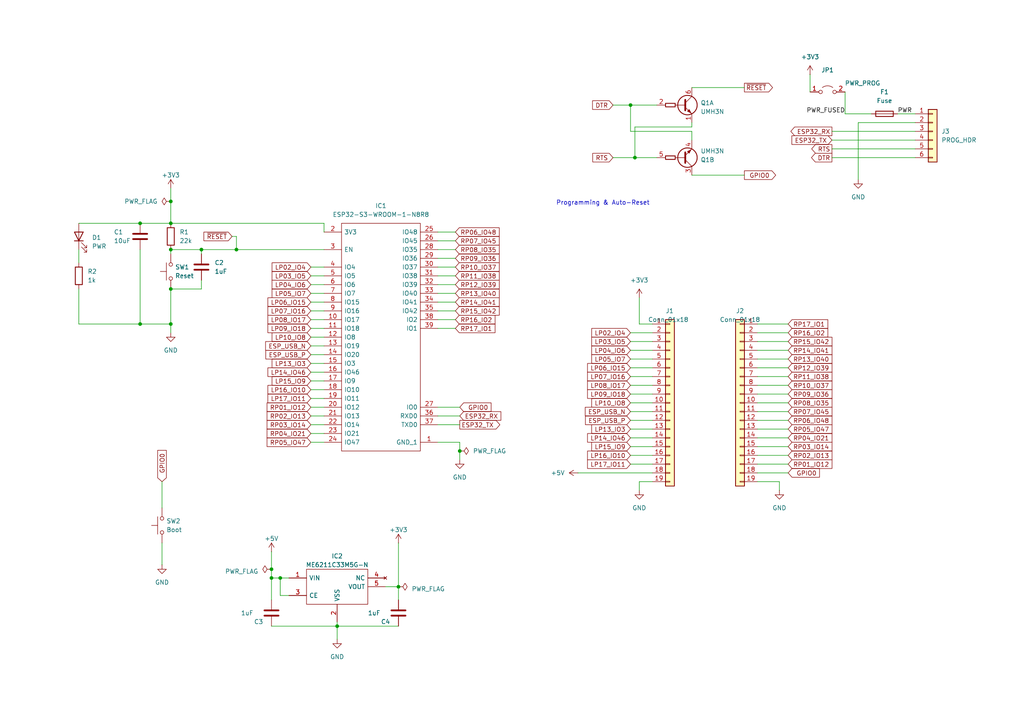
<source format=kicad_sch>
(kicad_sch (version 20231120) (generator "eeschema") (generator_version "8.0")
  (paper "A4")
  (title_block (title "ESP32-S3 Dev Board") (date "2024-03-15") (rev "1.1") (company "chof.org"))
  (lib_symbols
    (symbol "Chof747 ICs:ESP32-S3-WROOM-1-N8R8" (pin_names (offset 0.762))
      (property "Reference" "IC1" (at 0 35.56 0))
      (property "Value" "ESP32-S3-WROOM-1-N8R8" (at 0 33.02 0))
      (symbol "ESP32-S3-WROOM-1-N8R8_0_0"
        (pin power_in line (at 16.51 -31.75 180) (length 5.08) (name "GND_1") (number "1"))
        (pin bidirectional line (at -16.51 3.81 0) (length 5.08) (name "IO17") (number "10"))
        (pin bidirectional line (at -16.51 1.27 0) (length 5.08) (name "IO18") (number "11"))
        (pin bidirectional line (at -16.51 -1.27 0) (length 5.08) (name "IO8") (number "12"))
        (pin bidirectional line (at -16.51 -3.81 0) (length 5.08) (name "IO19") (number "13"))
        (pin bidirectional line (at -16.51 -6.35 0) (length 5.08) (name "IO20") (number "14"))
        (pin bidirectional line (at -16.51 -8.89 0) (length 5.08) (name "IO3") (number "15"))
        (pin bidirectional line (at -16.51 -11.43 0) (length 5.08) (name "IO46") (number "16"))
        (pin bidirectional line (at -16.51 -13.97 0) (length 5.08) (name "IO9") (number "17"))
        (pin bidirectional line (at -16.51 -16.51 0) (length 5.08) (name "IO10") (number "18"))
        (pin bidirectional line (at -16.51 -19.05 0) (length 5.08) (name "IO11") (number "19"))
        (pin power_in line (at -16.51 29.21 0) (length 5.08) (name "3V3") (number "2"))
        (pin bidirectional line (at -16.51 -21.59 0) (length 5.08) (name "IO12") (number "20"))
        (pin bidirectional line (at -16.51 -24.13 0) (length 5.08) (name "IO13") (number "21"))
        (pin bidirectional line (at -16.51 -26.67 0) (length 5.08) (name "IO14") (number "22"))
        (pin bidirectional line (at -16.51 -29.21 0) (length 5.08) (name "IO21") (number "23"))
        (pin bidirectional line (at -16.51 -31.75 0) (length 5.08) (name "IO47") (number "24"))
        (pin bidirectional line (at 16.51 29.21 180) (length 5.08) (name "IO48") (number "25"))
        (pin bidirectional line (at 16.51 26.67 180) (length 5.08) (name "IO45") (number "26"))
        (pin bidirectional line (at 16.51 -21.59 180) (length 5.08) (name "IO0") (number "27"))
        (pin bidirectional line (at 16.51 24.13 180) (length 5.08) (name "IO35") (number "28"))
        (pin bidirectional line (at 16.51 21.59 180) (length 5.08) (name "IO36") (number "29"))
        (pin input line (at -16.51 24.13 0) (length 5.08) (name "EN") (number "3"))
        (pin bidirectional line (at 16.51 19.05 180) (length 5.08) (name "IO37") (number "30"))
        (pin bidirectional line (at 16.51 16.51 180) (length 5.08) (name "IO38") (number "31"))
        (pin bidirectional line (at 16.51 13.97 180) (length 5.08) (name "IO39") (number "32"))
        (pin bidirectional line (at 16.51 11.43 180) (length 5.08) (name "IO40") (number "33"))
        (pin bidirectional line (at 16.51 8.89 180) (length 5.08) (name "IO41") (number "34"))
        (pin bidirectional line (at 16.51 6.35 180) (length 5.08) (name "IO42") (number "35"))
        (pin bidirectional line (at 16.51 -24.13 180) (length 5.08) (name "RXD0") (number "36"))
        (pin bidirectional line (at 16.51 -26.67 180) (length 5.08) (name "TXD0") (number "37"))
        (pin bidirectional line (at 16.51 3.81 180) (length 5.08) (name "IO2") (number "38"))
        (pin bidirectional line (at 16.51 1.27 180) (length 5.08) (name "IO1") (number "39"))
        (pin bidirectional line (at -16.51 19.05 0) (length 5.08) (name "IO4") (number "4"))
        (pin bidirectional line (at -16.51 16.51 0) (length 5.08) (name "IO5") (number "5"))
        (pin bidirectional line (at -16.51 13.97 0) (length 5.08) (name "IO6") (number "6"))
        (pin bidirectional line (at -16.51 11.43 0) (length 5.08) (name "IO7") (number "7"))
        (pin bidirectional line (at -16.51 8.89 0) (length 5.08) (name "IO15") (number "8"))
        (pin bidirectional line (at -16.51 6.35 0) (length 5.08) (name "IO16") (number "9"))
      )
      (symbol "ESP32-S3-WROOM-1-N8R8_0_1"
        (polyline (pts (xy -11.43 31.75) (xy 11.43 31.75) (xy 11.43 -34.29) (xy -11.43 -34.29) (xy -11.43 31.75)) (stroke (width 0.1524)))
      )
    )
    (symbol "Chof747 Voltage Regulators:ME6211C33M5G-N" (pin_names (offset 0.762))
      (property "Reference" "IC" (at 24.13 7.62 0))
      (property "Value" "ME6211C33M5G-N" (at 24.13 5.08 0))
      (symbol "ME6211C33M5G-N_0_0"
        (pin passive line (at 0 0 0) (length 5.08) (name "VIN") (number "1"))
        (pin passive line (at 13.97 -12.7 90) (length 5.08) (name "VSS") (number "2"))
        (pin passive line (at 0 -5.08 0) (length 5.08) (name "CE") (number "3"))
        (pin no_connect line (at 27.94 0 180) (length 5.08) (name "NC") (number "4"))
        (pin passive line (at 27.94 -2.54 180) (length 5.08) (name "VOUT") (number "5"))
      )
      (symbol "ME6211C33M5G-N_0_1"
        (polyline (pts (xy 5.08 2.54) (xy 22.86 2.54) (xy 22.86 -7.62) (xy 5.08 -7.62) (xy 5.08 2.54)) (stroke (width 0.1524)))
      )
    )
    (symbol "Connector_Generic:Conn_01x06" (pin_names (offset 1.016) hide)
      (property "Reference" "J" (at 0 7.62 0))
      (property "Value" "Conn_01x06" (at 0 -10.16 0))
      (symbol "Conn_01x06_1_1"
        (rectangle (start -1.27 -7.493) (end 0 -7.747) (stroke (width 0.1524)))
        (rectangle (start -1.27 -4.953) (end 0 -5.207) (stroke (width 0.1524)))
        (rectangle (start -1.27 -2.413) (end 0 -2.667) (stroke (width 0.1524)))
        (rectangle (start -1.27 0.127) (end 0 -0.127) (stroke (width 0.1524)))
        (rectangle (start -1.27 2.667) (end 0 2.413) (stroke (width 0.1524)))
        (rectangle (start -1.27 5.207) (end 0 4.953) (stroke (width 0.1524)))
        (rectangle (start -1.27 6.35) (end 1.27 -8.89) (stroke (width 0.254)) (fill (type background)))
        (pin passive line (at -5.08 5.08 0) (length 3.81) (name "Pin_1") (number "1"))
        (pin passive line (at -5.08 2.54 0) (length 3.81) (name "Pin_2") (number "2"))
        (pin passive line (at -5.08 0 0) (length 3.81) (name "Pin_3") (number "3"))
        (pin passive line (at -5.08 -2.54 0) (length 3.81) (name "Pin_4") (number "4"))
        (pin passive line (at -5.08 -5.08 0) (length 3.81) (name "Pin_5") (number "5"))
        (pin passive line (at -5.08 -7.62 0) (length 3.81) (name "Pin_6") (number "6"))
      )
    )
    (symbol "Connector_Generic:Conn_01x19" (pin_names (offset 1.016) hide)
      (property "Reference" "J" (at 0 25.4 0))
      (property "Value" "Conn_01x19" (at 0 -25.4 0))
      (symbol "Conn_01x19_1_1"
        (rectangle (start -1.27 -22.733) (end 0 -22.987) (stroke (width 0.1524)))
        (rectangle (start -1.27 -20.193) (end 0 -20.447) (stroke (width 0.1524)))
        (rectangle (start -1.27 -17.653) (end 0 -17.907) (stroke (width 0.1524)))
        (rectangle (start -1.27 -15.113) (end 0 -15.367) (stroke (width 0.1524)))
        (rectangle (start -1.27 -12.573) (end 0 -12.827) (stroke (width 0.1524)))
        (rectangle (start -1.27 -10.033) (end 0 -10.287) (stroke (width 0.1524)))
        (rectangle (start -1.27 -7.493) (end 0 -7.747) (stroke (width 0.1524)))
        (rectangle (start -1.27 -4.953) (end 0 -5.207) (stroke (width 0.1524)))
        (rectangle (start -1.27 -2.413) (end 0 -2.667) (stroke (width 0.1524)))
        (rectangle (start -1.27 0.127) (end 0 -0.127) (stroke (width 0.1524)))
        (rectangle (start -1.27 2.667) (end 0 2.413) (stroke (width 0.1524)))
        (rectangle (start -1.27 5.207) (end 0 4.953) (stroke (width 0.1524)))
        (rectangle (start -1.27 7.747) (end 0 7.493) (stroke (width 0.1524)))
        (rectangle (start -1.27 10.287) (end 0 10.033) (stroke (width 0.1524)))
        (rectangle (start -1.27 12.827) (end 0 12.573) (stroke (width 0.1524)))
        (rectangle (start -1.27 15.367) (end 0 15.113) (stroke (width 0.1524)))
        (rectangle (start -1.27 17.907) (end 0 17.653) (stroke (width 0.1524)))
        (rectangle (start -1.27 20.447) (end 0 20.193) (stroke (width 0.1524)))
        (rectangle (start -1.27 22.987) (end 0 22.733) (stroke (width 0.1524)))
        (rectangle (start -1.27 24.13) (end 1.27 -24.13) (stroke (width 0.254)) (fill (type background)))
        (pin passive line (at -5.08 22.86 0) (length 3.81) (name "Pin_1") (number "1"))
        (pin passive line (at -5.08 0 0) (length 3.81) (name "Pin_10") (number "10"))
        (pin passive line (at -5.08 -2.54 0) (length 3.81) (name "Pin_11") (number "11"))
        (pin passive line (at -5.08 -5.08 0) (length 3.81) (name "Pin_12") (number "12"))
        (pin passive line (at -5.08 -7.62 0) (length 3.81) (name "Pin_13") (number "13"))
        (pin passive line (at -5.08 -10.16 0) (length 3.81) (name "Pin_14") (number "14"))
        (pin passive line (at -5.08 -12.7 0) (length 3.81) (name "Pin_15") (number "15"))
        (pin passive line (at -5.08 -15.24 0) (length 3.81) (name "Pin_16") (number "16"))
        (pin passive line (at -5.08 -17.78 0) (length 3.81) (name "Pin_17") (number "17"))
        (pin passive line (at -5.08 -20.32 0) (length 3.81) (name "Pin_18") (number "18"))
        (pin passive line (at -5.08 -22.86 0) (length 3.81) (name "Pin_19") (number "19"))
        (pin passive line (at -5.08 20.32 0) (length 3.81) (name "Pin_2") (number "2"))
        (pin passive line (at -5.08 17.78 0) (length 3.81) (name "Pin_3") (number "3"))
        (pin passive line (at -5.08 15.24 0) (length 3.81) (name "Pin_4") (number "4"))
        (pin passive line (at -5.08 12.7 0) (length 3.81) (name "Pin_5") (number "5"))
        (pin passive line (at -5.08 10.16 0) (length 3.81) (name "Pin_6") (number "6"))
        (pin passive line (at -5.08 7.62 0) (length 3.81) (name "Pin_7") (number "7"))
        (pin passive line (at -5.08 5.08 0) (length 3.81) (name "Pin_8") (number "8"))
        (pin passive line (at -5.08 2.54 0) (length 3.81) (name "Pin_9") (number "9"))
      )
    )
    (symbol "Device:C" (pin_numbers hide) (pin_names (offset 0.254))
      (property "Reference" "C" (at 0.635 2.54 0))
      (property "Value" "C" (at 0.635 -2.54 0))
      (symbol "C_0_1"
        (polyline (pts (xy -2.032 -0.762) (xy 2.032 -0.762)) (stroke (width 0.508)))
        (polyline (pts (xy -2.032 0.762) (xy 2.032 0.762)) (stroke (width 0.508)))
      )
      (symbol "C_1_1"
        (pin passive line (at 0 3.81 270) (length 2.794) (name "~") (number "1"))
        (pin passive line (at 0 -3.81 90) (length 2.794) (name "~") (number "2"))
      )
    )
    (symbol "Device:Fuse" (pin_numbers hide) (pin_names (offset 0))
      (property "Reference" "F" (at 2.032 0 90))
      (property "Value" "Fuse" (at -1.905 0 90))
      (symbol "Fuse_0_1"
        (rectangle (start -0.762 -2.54) (end 0.762 2.54) (stroke (width 0.254)))
        (polyline (pts (xy 0 2.54) (xy 0 -2.54)))
      )
      (symbol "Fuse_1_1"
        (pin passive line (at 0 3.81 270) (length 1.27) (name "~") (number "1"))
        (pin passive line (at 0 -3.81 90) (length 1.27) (name "~") (number "2"))
      )
    )
    (symbol "Device:LED" (pin_numbers hide) (pin_names (offset 1.016) hide)
      (property "Reference" "D" (at 0 2.54 0))
      (property "Value" "LED" (at 0 -2.54 0))
      (symbol "LED_0_1"
        (polyline (pts (xy -1.27 -1.27) (xy -1.27 1.27)) (stroke (width 0.254)))
        (polyline (pts (xy -1.27 0) (xy 1.27 0)))
        (polyline (pts (xy 1.27 -1.27) (xy 1.27 1.27) (xy -1.27 0) (xy 1.27 -1.27)) (stroke (width 0.254)))
        (polyline (pts (xy -3.048 -0.762) (xy -4.572 -2.286) (xy -3.81 -2.286) (xy -4.572 -2.286) (xy -4.572 -1.524)))
        (polyline (pts (xy -1.778 -0.762) (xy -3.302 -2.286) (xy -2.54 -2.286) (xy -3.302 -2.286) (xy -3.302 -1.524)))
      )
      (symbol "LED_1_1"
        (pin passive line (at -3.81 0 0) (length 2.54) (name "K") (number "1"))
        (pin passive line (at 3.81 0 180) (length 2.54) (name "A") (number "2"))
      )
    )
    (symbol "Device:R" (pin_numbers hide) (pin_names (offset 0))
      (property "Reference" "R" (at 2.032 0 90))
      (property "Value" "R" (at 0 0 90))
      (symbol "R_0_1"
        (rectangle (start -1.016 -2.54) (end 1.016 2.54) (stroke (width 0.254)))
      )
      (symbol "R_1_1"
        (pin passive line (at 0 3.81 270) (length 1.27) (name "~") (number "1"))
        (pin passive line (at 0 -3.81 90) (length 1.27) (name "~") (number "2"))
      )
    )
    (symbol "Jumper:Jumper_2_Open" (pin_names (offset 0) hide)
      (property "Reference" "JP" (at 0 2.794 0))
      (property "Value" "Jumper_2_Open" (at 0 -2.286 0))
      (symbol "Jumper_2_Open_0_0"
        (circle (center -2.032 0) (radius 0.508))
        (circle (center 2.032 0) (radius 0.508))
      )
      (symbol "Jumper_2_Open_0_1"
        (arc (start 1.524 1.27) (mid 0 1.778) (end -1.524 1.27))
      )
      (symbol "Jumper_2_Open_1_1"
        (pin passive line (at -5.08 0 0) (length 2.54) (name "A") (number "1"))
        (pin passive line (at 5.08 0 180) (length 2.54) (name "B") (number "2"))
      )
    )
    (symbol "Switch:SW_Push" (pin_numbers hide) (pin_names (offset 1.016) hide)
      (property "Reference" "SW" (at 1.27 2.54 0))
      (property "Value" "SW_Push" (at 0 -1.524 0))
      (symbol "SW_Push_0_1"
        (circle (center -2.032 0) (radius 0.508))
        (polyline (pts (xy 0 1.27) (xy 0 3.048)))
        (polyline (pts (xy 2.54 1.27) (xy -2.54 1.27)))
        (circle (center 2.032 0) (radius 0.508))
        (pin passive line (at -5.08 0 0) (length 2.54) (name "1") (number "1"))
        (pin passive line (at 5.08 0 180) (length 2.54) (name "2") (number "2"))
      )
    )
    (symbol "Transistor_BJT:UMH3N" (pin_names hide)
      (property "Reference" "Q" (at 7.62 1.27 0))
      (property "Value" "UMH3N" (at 7.62 -1.27 0))
      (symbol "UMH3N_0_1"
        (polyline (pts (xy 3.175 0) (xy 0.254 0)))
        (polyline (pts (xy 3.175 0.635) (xy 5.08 2.54)))
        (polyline (pts (xy 3.175 1.524) (xy 3.175 -1.524)) (stroke (width 0.508)))
        (polyline (pts (xy 3.175 -0.635) (xy 5.08 -2.54) (xy 5.08 -2.54)))
        (polyline (pts (xy 3.81 -1.778) (xy 4.318 -1.27) (xy 4.826 -2.286) (xy 3.81 -1.778) (xy 3.81 -1.778)) (fill (type outline)))
        (rectangle (start 0.254 0.508) (end -2.54 -0.508) (stroke (width 0.254)))
        (circle (center 3.81 0) (radius 2.8194) (stroke (width 0.254)))
      )
      (symbol "UMH3N_1_1"
        (pin passive line (at 5.08 -5.08 90) (length 2.54) (name "E1") (number "1"))
        (pin input line (at -5.08 0 0) (length 2.54) (name "B1") (number "2"))
        (pin passive line (at 5.08 5.08 270) (length 2.54) (name "C1") (number "6"))
      )
      (symbol "UMH3N_2_1"
        (pin passive line (at 5.08 5.08 270) (length 2.54) (name "C2") (number "3"))
        (pin passive line (at 5.08 -5.08 90) (length 2.54) (name "E2") (number "4"))
        (pin input line (at -5.08 0 0) (length 2.54) (name "B2") (number "5"))
      )
    )
    (symbol "power:+3V3" (power) (pin_numbers hide) (pin_names (offset 0) hide)
      (property "Value" "+3V3" (at 0 3.556 0))
      (symbol "+3V3_0_1"
        (polyline (pts (xy -0.762 1.27) (xy 0 2.54)))
        (polyline (pts (xy 0 0) (xy 0 2.54)))
        (polyline (pts (xy 0 2.54) (xy 0.762 1.27)))
      )
      (symbol "+3V3_1_1"
        (pin power_in line (at 0 0 90) (length 0) (name "~") (number "1"))
      )
    )
    (symbol "power:+5V" (power) (pin_numbers hide) (pin_names (offset 0) hide)
      (property "Value" "+5V" (at 0 3.556 0))
      (symbol "+5V_0_1"
        (polyline (pts (xy -0.762 1.27) (xy 0 2.54)))
        (polyline (pts (xy 0 0) (xy 0 2.54)))
        (polyline (pts (xy 0 2.54) (xy 0.762 1.27)))
      )
      (symbol "+5V_1_1"
        (pin power_in line (at 0 0 90) (length 0) (name "~") (number "1"))
      )
    )
    (symbol "power:GND" (power) (pin_numbers hide) (pin_names (offset 0) hide)
      (property "Value" "GND" (at 0 -3.81 0))
      (symbol "GND_0_1"
        (polyline (pts (xy 0 0) (xy 0 -1.27) (xy 1.27 -1.27) (xy 0 -2.54) (xy -1.27 -1.27) (xy 0 -1.27)))
      )
      (symbol "GND_1_1"
        (pin power_in line (at 0 0 270) (length 0) (name "~") (number "1"))
      )
    )
    (symbol "power:PWR_FLAG" (power) (pin_numbers hide) (pin_names (offset 0) hide)
      (property "Value" "PWR_FLAG" (at 0 3.81 0))
      (symbol "PWR_FLAG_0_0"
        (pin power_out line (at 0 0 90) (length 0) (name "~") (number "1"))
      )
      (symbol "PWR_FLAG_0_1"
        (polyline (pts (xy 0 0) (xy 0 1.27) (xy -1.016 1.905) (xy 0 2.54) (xy 1.016 1.905) (xy 0 1.27)))
      )
    )
  )
  (junction (at 182.88 30.48))
  (junction (at 58.42 72.39))
  (junction (at 97.79 181.61))
  (junction (at 78.74 165.1))
  (junction (at 49.53 83.82))
  (junction (at 49.53 93.98))
  (junction (at 115.57 170.18))
  (junction (at 49.53 72.39))
  (junction (at 40.64 93.98))
  (junction (at 184.15 45.72))
  (junction (at 78.74 167.64))
  (junction (at 81.28 167.64))
  (junction (at 40.64 64.77))
  (junction (at 49.53 64.77))
  (junction (at 133.35 130.81))
  (junction (at 49.53 58.42))
  (junction (at 68.58 72.39))
  (wire (pts (xy 248.92 35.56) (xy 248.92 52.07)))
  (wire (pts (xy 49.53 54.61) (xy 49.53 58.42)))
  (wire (pts (xy 81.28 172.72) (xy 81.28 167.64)))
  (wire (pts (xy 90.17 100.33) (xy 93.98 100.33)))
  (wire (pts (xy 241.3 45.72) (xy 265.43 45.72)))
  (wire (pts (xy 97.79 181.61) (xy 115.57 181.61)))
  (wire (pts (xy 185.42 142.24) (xy 185.42 139.7)))
  (wire (pts (xy 90.17 97.79) (xy 93.98 97.79)))
  (wire (pts (xy 127 123.19) (xy 133.35 123.19)))
  (wire (pts (xy 127 72.39) (xy 132.08 72.39)))
  (wire (pts (xy 90.17 115.57) (xy 93.98 115.57)))
  (wire (pts (xy 49.53 72.39) (xy 58.42 72.39)))
  (wire (pts (xy 219.71 109.22) (xy 228.6 109.22)))
  (wire (pts (xy 219.71 132.08) (xy 228.6 132.08)))
  (wire (pts (xy 40.64 93.98) (xy 49.53 93.98)))
  (wire (pts (xy 219.71 119.38) (xy 228.6 119.38)))
  (wire (pts (xy 182.88 129.54) (xy 189.23 129.54)))
  (wire (pts (xy 90.17 107.95) (xy 93.98 107.95)))
  (wire (pts (xy 184.15 36.83) (xy 200.66 36.83)))
  (wire (pts (xy 127 120.65) (xy 133.35 120.65)))
  (wire (pts (xy 22.86 93.98) (xy 40.64 93.98)))
  (wire (pts (xy 241.3 38.1) (xy 265.43 38.1)))
  (wire (pts (xy 182.88 99.06) (xy 189.23 99.06)))
  (wire (pts (xy 22.86 83.82) (xy 22.86 93.98)))
  (wire (pts (xy 185.42 139.7) (xy 189.23 139.7)))
  (wire (pts (xy 90.17 123.19) (xy 93.98 123.19)))
  (wire (pts (xy 127 87.63) (xy 132.08 87.63)))
  (wire (pts (xy 111.76 170.18) (xy 115.57 170.18)))
  (wire (pts (xy 182.88 109.22) (xy 189.23 109.22)))
  (wire (pts (xy 133.35 128.27) (xy 133.35 130.81)))
  (wire (pts (xy 219.71 99.06) (xy 228.6 99.06)))
  (wire (pts (xy 219.71 96.52) (xy 228.6 96.52)))
  (wire (pts (xy 58.42 81.28) (xy 58.42 83.82)))
  (wire (pts (xy 200.66 35.56) (xy 200.66 36.83)))
  (wire (pts (xy 182.88 121.92) (xy 189.23 121.92)))
  (wire (pts (xy 49.53 83.82) (xy 58.42 83.82)))
  (wire (pts (xy 182.88 106.68) (xy 189.23 106.68)))
  (wire (pts (xy 90.17 77.47) (xy 93.98 77.47)))
  (wire (pts (xy 182.88 116.84) (xy 189.23 116.84)))
  (wire (pts (xy 78.74 167.64) (xy 81.28 167.64)))
  (wire (pts (xy 46.99 157.48) (xy 46.99 163.83)))
  (wire (pts (xy 182.88 96.52) (xy 189.23 96.52)))
  (wire (pts (xy 90.17 95.25) (xy 93.98 95.25)))
  (wire (pts (xy 185.42 86.36) (xy 185.42 93.98)))
  (wire (pts (xy 182.88 30.48) (xy 190.5 30.48)))
  (wire (pts (xy 219.71 114.3) (xy 228.6 114.3)))
  (wire (pts (xy 67.31 68.58) (xy 68.58 68.58)))
  (wire (pts (xy 68.58 72.39) (xy 93.98 72.39)))
  (wire (pts (xy 49.53 72.39) (xy 49.53 73.66)))
  (wire (pts (xy 68.58 68.58) (xy 68.58 72.39)))
  (wire (pts (xy 90.17 102.87) (xy 93.98 102.87)))
  (wire (pts (xy 90.17 80.01) (xy 93.98 80.01)))
  (wire (pts (xy 127 92.71) (xy 132.08 92.71)))
  (wire (pts (xy 182.88 134.62) (xy 189.23 134.62)))
  (wire (pts (xy 90.17 82.55) (xy 93.98 82.55)))
  (wire (pts (xy 219.71 129.54) (xy 228.6 129.54)))
  (wire (pts (xy 127 69.85) (xy 132.08 69.85)))
  (wire (pts (xy 127 77.47) (xy 132.08 77.47)))
  (wire (pts (xy 58.42 72.39) (xy 68.58 72.39)))
  (wire (pts (xy 184.15 45.72) (xy 190.5 45.72)))
  (wire (pts (xy 127 74.93) (xy 132.08 74.93)))
  (wire (pts (xy 219.71 101.6) (xy 228.6 101.6)))
  (wire (pts (xy 219.71 139.7) (xy 226.06 139.7)))
  (wire (pts (xy 219.71 111.76) (xy 228.6 111.76)))
  (wire (pts (xy 182.88 38.1) (xy 200.66 38.1)))
  (wire (pts (xy 182.88 111.76) (xy 189.23 111.76)))
  (wire (pts (xy 115.57 170.18) (xy 115.57 173.99)))
  (wire (pts (xy 49.53 93.98) (xy 49.53 96.52)))
  (wire (pts (xy 182.88 132.08) (xy 189.23 132.08)))
  (wire (pts (xy 219.71 93.98) (xy 228.6 93.98)))
  (wire (pts (xy 184.15 36.83) (xy 184.15 45.72)))
  (wire (pts (xy 182.88 119.38) (xy 189.23 119.38)))
  (wire (pts (xy 83.82 172.72) (xy 81.28 172.72)))
  (wire (pts (xy 127 95.25) (xy 132.08 95.25)))
  (wire (pts (xy 81.28 167.64) (xy 83.82 167.64)))
  (wire (pts (xy 40.64 72.39) (xy 40.64 93.98)))
  (wire (pts (xy 219.71 134.62) (xy 228.6 134.62)))
  (wire (pts (xy 245.11 26.67) (xy 245.11 33.02)))
  (wire (pts (xy 90.17 92.71) (xy 93.98 92.71)))
  (wire (pts (xy 182.88 124.46) (xy 189.23 124.46)))
  (wire (pts (xy 90.17 118.11) (xy 93.98 118.11)))
  (wire (pts (xy 49.53 83.82) (xy 49.53 93.98)))
  (wire (pts (xy 200.66 25.4) (xy 215.9 25.4)))
  (wire (pts (xy 241.3 40.64) (xy 265.43 40.64)))
  (wire (pts (xy 177.8 45.72) (xy 184.15 45.72)))
  (wire (pts (xy 115.57 157.48) (xy 115.57 170.18)))
  (wire (pts (xy 90.17 85.09) (xy 93.98 85.09)))
  (wire (pts (xy 90.17 90.17) (xy 93.98 90.17)))
  (wire (pts (xy 90.17 128.27) (xy 93.98 128.27)))
  (wire (pts (xy 182.88 30.48) (xy 182.88 38.1)))
  (wire (pts (xy 182.88 127) (xy 189.23 127)))
  (wire (pts (xy 200.66 38.1) (xy 200.66 40.64)))
  (wire (pts (xy 90.17 120.65) (xy 93.98 120.65)))
  (wire (pts (xy 133.35 130.81) (xy 133.35 133.35)))
  (wire (pts (xy 260.35 33.02) (xy 265.43 33.02)))
  (wire (pts (xy 46.99 139.7) (xy 46.99 147.32)))
  (wire (pts (xy 219.71 137.16) (xy 228.6 137.16)))
  (wire (pts (xy 90.17 125.73) (xy 93.98 125.73)))
  (wire (pts (xy 93.98 64.77) (xy 93.98 67.31)))
  (wire (pts (xy 90.17 105.41) (xy 93.98 105.41)))
  (wire (pts (xy 127 82.55) (xy 132.08 82.55)))
  (wire (pts (xy 219.71 121.92) (xy 228.6 121.92)))
  (wire (pts (xy 90.17 110.49) (xy 93.98 110.49)))
  (wire (pts (xy 177.8 30.48) (xy 182.88 30.48)))
  (wire (pts (xy 265.43 35.56) (xy 248.92 35.56)))
  (wire (pts (xy 97.79 180.34) (xy 97.79 181.61)))
  (wire (pts (xy 22.86 64.77) (xy 40.64 64.77)))
  (wire (pts (xy 182.88 101.6) (xy 189.23 101.6)))
  (wire (pts (xy 219.71 104.14) (xy 228.6 104.14)))
  (wire (pts (xy 185.42 93.98) (xy 189.23 93.98)))
  (wire (pts (xy 127 67.31) (xy 132.08 67.31)))
  (wire (pts (xy 58.42 72.39) (xy 58.42 73.66)))
  (wire (pts (xy 78.74 167.64) (xy 78.74 173.99)))
  (wire (pts (xy 182.88 114.3) (xy 189.23 114.3)))
  (wire (pts (xy 219.71 116.84) (xy 228.6 116.84)))
  (wire (pts (xy 78.74 160.02) (xy 78.74 165.1)))
  (wire (pts (xy 219.71 124.46) (xy 228.6 124.46)))
  (wire (pts (xy 127 118.11) (xy 133.35 118.11)))
  (wire (pts (xy 245.11 33.02) (xy 252.73 33.02)))
  (wire (pts (xy 219.71 127) (xy 228.6 127)))
  (wire (pts (xy 22.86 72.39) (xy 22.86 76.2)))
  (wire (pts (xy 234.95 21.59) (xy 234.95 26.67)))
  (wire (pts (xy 127 85.09) (xy 132.08 85.09)))
  (wire (pts (xy 90.17 87.63) (xy 93.98 87.63)))
  (wire (pts (xy 200.66 50.8) (xy 215.9 50.8)))
  (wire (pts (xy 78.74 181.61) (xy 97.79 181.61)))
  (wire (pts (xy 78.74 165.1) (xy 78.74 167.64)))
  (wire (pts (xy 127 90.17) (xy 132.08 90.17)))
  (wire (pts (xy 49.53 58.42) (xy 49.53 64.77)))
  (wire (pts (xy 127 80.01) (xy 132.08 80.01)))
  (wire (pts (xy 90.17 113.03) (xy 93.98 113.03)))
  (wire (pts (xy 40.64 64.77) (xy 49.53 64.77)))
  (wire (pts (xy 219.71 106.68) (xy 228.6 106.68)))
  (wire (pts (xy 241.3 43.18) (xy 265.43 43.18)))
  (wire (pts (xy 97.79 181.61) (xy 97.79 185.42)))
  (wire (pts (xy 49.53 64.77) (xy 93.98 64.77)))
  (wire (pts (xy 226.06 139.7) (xy 226.06 142.24)))
  (wire (pts (xy 182.88 104.14) (xy 189.23 104.14)))
  (wire (pts (xy 167.64 137.16) (xy 189.23 137.16)))
  (wire (pts (xy 127 128.27) (xy 133.35 128.27)))
  (text "Programming & Auto-Reset" (at 161.29 59.69 0) (effects (font (size 1.27 1.27)) (justify left bottom)))
  (label "PWR_FUSED" (at 245.11 33.02 180))
  (label "PWR" (at 260.35 33.02 0))
  (global_label " GPIO0" (shape input) (at 133.35 118.11 0) (property "Intersheetrefs" "${INTERSHEET_REFS}" (effects (hide yes))))
  (global_label "LP15_IO9" (shape input) (at 90.17 110.49 180) (property "Intersheetrefs" "${INTERSHEET_REFS}" (effects (hide yes))))
  (global_label "ESP_USB_P" (shape input) (at 90.17 102.87 180) (property "Intersheetrefs" "${INTERSHEET_REFS}" (effects (hide yes))))
  (global_label "RP06_IO48" (shape input) (at 132.08 67.31 0) (property "Intersheetrefs" "${INTERSHEET_REFS}" (effects (hide yes))))
  (global_label "LP03_IO5" (shape input) (at 182.88 99.06 180) (property "Intersheetrefs" "${INTERSHEET_REFS}" (effects (hide yes))))
  (global_label "LP08_IO17" (shape input) (at 90.17 92.71 180) (property "Intersheetrefs" "${INTERSHEET_REFS}" (effects (hide yes))))
  (global_label "LP13_IO3" (shape input) (at 90.17 105.41 180) (property "Intersheetrefs" "${INTERSHEET_REFS}" (effects (hide yes))))
  (global_label "RP17_IO1" (shape input) (at 228.6 93.98 0) (property "Intersheetrefs" "${INTERSHEET_REFS}" (effects (hide yes))))
  (global_label "RP16_IO2" (shape input) (at 228.6 96.52 0) (property "Intersheetrefs" "${INTERSHEET_REFS}" (effects (hide yes))))
  (global_label "RP15_IO42" (shape input) (at 228.6 99.06 0) (property "Intersheetrefs" "${INTERSHEET_REFS}" (effects (hide yes))))
  (global_label "RP15_IO42" (shape input) (at 132.08 90.17 0) (property "Intersheetrefs" "${INTERSHEET_REFS}" (effects (hide yes))))
  (global_label "ESP_USB_N" (shape input) (at 90.17 100.33 180) (property "Intersheetrefs" "${INTERSHEET_REFS}" (effects (hide yes))))
  (global_label "LP09_IO18" (shape input) (at 90.17 95.25 180) (property "Intersheetrefs" "${INTERSHEET_REFS}" (effects (hide yes))))
  (global_label "LP05_IO7" (shape input) (at 182.88 104.14 180) (property "Intersheetrefs" "${INTERSHEET_REFS}" (effects (hide yes))))
  (global_label "RP02_IO13" (shape input) (at 90.17 120.65 180) (property "Intersheetrefs" "${INTERSHEET_REFS}" (effects (hide yes))))
  (global_label "RP07_IO45" (shape input) (at 132.08 69.85 0) (property "Intersheetrefs" "${INTERSHEET_REFS}" (effects (hide yes))))
  (global_label "LP17_IO11" (shape input) (at 90.17 115.57 180) (property "Intersheetrefs" "${INTERSHEET_REFS}" (effects (hide yes))))
  (global_label "RP07_IO45" (shape input) (at 228.6 119.38 0) (property "Intersheetrefs" "${INTERSHEET_REFS}" (effects (hide yes))))
  (global_label "RP14_IO41" (shape input) (at 228.6 101.6 0) (property "Intersheetrefs" "${INTERSHEET_REFS}" (effects (hide yes))))
  (global_label "ESP32_RX" (shape input) (at 133.35 120.65 0) (property "Intersheetrefs" "${INTERSHEET_REFS}" (effects (hide yes))))
  (global_label "RP16_IO2" (shape input) (at 132.08 92.71 0) (property "Intersheetrefs" "${INTERSHEET_REFS}" (effects (hide yes))))
  (global_label "RP01_IO12" (shape input) (at 90.17 118.11 180) (property "Intersheetrefs" "${INTERSHEET_REFS}" (effects (hide yes))))
  (global_label "LP16_IO10" (shape input) (at 90.17 113.03 180) (property "Intersheetrefs" "${INTERSHEET_REFS}" (effects (hide yes))))
  (global_label "RP03_IO14" (shape input) (at 228.6 129.54 0) (property "Intersheetrefs" "${INTERSHEET_REFS}" (effects (hide yes))))
  (global_label "ESP32_RX" (shape output) (at 241.3 38.1 180) (property "Intersheetrefs" "${INTERSHEET_REFS}" (effects (hide yes))))
  (global_label "RP09_IO36" (shape input) (at 132.08 74.93 0) (property "Intersheetrefs" "${INTERSHEET_REFS}" (effects (hide yes))))
  (global_label "LP08_IO17" (shape input) (at 182.88 111.76 180) (property "Intersheetrefs" "${INTERSHEET_REFS}" (effects (hide yes))))
  (global_label "RP11_IO38" (shape input) (at 228.6 109.22 0) (property "Intersheetrefs" "${INTERSHEET_REFS}" (effects (hide yes))))
  (global_label "LP03_IO5" (shape input) (at 90.17 80.01 180) (property "Intersheetrefs" "${INTERSHEET_REFS}" (effects (hide yes))))
  (global_label "LP07_IO16" (shape input) (at 182.88 109.22 180) (property "Intersheetrefs" "${INTERSHEET_REFS}" (effects (hide yes))))
  (global_label " GPIO0" (shape output) (at 215.9 50.8 0) (property "Intersheetrefs" "${INTERSHEET_REFS}" (effects (hide yes))))
  (global_label "LP07_IO16" (shape input) (at 90.17 90.17 180) (property "Intersheetrefs" "${INTERSHEET_REFS}" (effects (hide yes))))
  (global_label "~{RESET}" (shape input) (at 67.31 68.58 180) (property "Intersheetrefs" "${INTERSHEET_REFS}" (effects (hide yes))))
  (global_label "DTR" (shape output) (at 241.3 45.72 180) (property "Intersheetrefs" "${INTERSHEET_REFS}" (effects (hide yes))))
  (global_label "LP04_IO6" (shape input) (at 90.17 82.55 180) (property "Intersheetrefs" "${INTERSHEET_REFS}" (effects (hide yes))))
  (global_label "LP17_IO11" (shape input) (at 182.88 134.62 180) (property "Intersheetrefs" "${INTERSHEET_REFS}" (effects (hide yes))))
  (global_label "RP02_IO13" (shape input) (at 228.6 132.08 0) (property "Intersheetrefs" "${INTERSHEET_REFS}" (effects (hide yes))))
  (global_label "DTR" (shape input) (at 177.8 30.48 180) (property "Intersheetrefs" "${INTERSHEET_REFS}" (effects (hide yes))))
  (global_label "RP10_IO37" (shape input) (at 132.08 77.47 0) (property "Intersheetrefs" "${INTERSHEET_REFS}" (effects (hide yes))))
  (global_label " GPIO0" (shape input) (at 46.99 139.7 90) (property "Intersheetrefs" "${INTERSHEET_REFS}" (effects (hide yes))))
  (global_label "RP12_IO39" (shape input) (at 132.08 82.55 0) (property "Intersheetrefs" "${INTERSHEET_REFS}" (effects (hide yes))))
  (global_label "RTS" (shape output) (at 241.3 43.18 180) (property "Intersheetrefs" "${INTERSHEET_REFS}" (effects (hide yes))))
  (global_label "RP01_IO12" (shape input) (at 228.6 134.62 0) (property "Intersheetrefs" "${INTERSHEET_REFS}" (effects (hide yes))))
  (global_label "RP05_IO47" (shape input) (at 90.17 128.27 180) (property "Intersheetrefs" "${INTERSHEET_REFS}" (effects (hide yes))))
  (global_label " GPIO0" (shape input) (at 228.6 137.16 0) (property "Intersheetrefs" "${INTERSHEET_REFS}" (effects (hide yes))))
  (global_label "LP09_IO18" (shape input) (at 182.88 114.3 180) (property "Intersheetrefs" "${INTERSHEET_REFS}" (effects (hide yes))))
  (global_label "LP13_IO3" (shape input) (at 182.88 124.46 180) (property "Intersheetrefs" "${INTERSHEET_REFS}" (effects (hide yes))))
  (global_label "LP15_IO9" (shape input) (at 182.88 129.54 180) (property "Intersheetrefs" "${INTERSHEET_REFS}" (effects (hide yes))))
  (global_label "LP16_IO10" (shape input) (at 182.88 132.08 180) (property "Intersheetrefs" "${INTERSHEET_REFS}" (effects (hide yes))))
  (global_label "LP10_IO8" (shape input) (at 90.17 97.79 180) (property "Intersheetrefs" "${INTERSHEET_REFS}" (effects (hide yes))))
  (global_label "LP14_IO46" (shape input) (at 90.17 107.95 180) (property "Intersheetrefs" "${INTERSHEET_REFS}" (effects (hide yes))))
  (global_label "LP05_IO7" (shape input) (at 90.17 85.09 180) (property "Intersheetrefs" "${INTERSHEET_REFS}" (effects (hide yes))))
  (global_label "RP05_IO47" (shape input) (at 228.6 124.46 0) (property "Intersheetrefs" "${INTERSHEET_REFS}" (effects (hide yes))))
  (global_label "LP14_IO46" (shape input) (at 182.88 127 180) (property "Intersheetrefs" "${INTERSHEET_REFS}" (effects (hide yes))))
  (global_label "LP02_IO4" (shape input) (at 90.17 77.47 180) (property "Intersheetrefs" "${INTERSHEET_REFS}" (effects (hide yes))))
  (global_label "LP06_IO15" (shape input) (at 90.17 87.63 180) (property "Intersheetrefs" "${INTERSHEET_REFS}" (effects (hide yes))))
  (global_label "RP13_IO40" (shape input) (at 132.08 85.09 0) (property "Intersheetrefs" "${INTERSHEET_REFS}" (effects (hide yes))))
  (global_label "~{RESET}" (shape output) (at 215.9 25.4 0) (property "Intersheetrefs" "${INTERSHEET_REFS}" (effects (hide yes))))
  (global_label "RTS" (shape input) (at 177.8 45.72 180) (property "Intersheetrefs" "${INTERSHEET_REFS}" (effects (hide yes))))
  (global_label "RP04_IO21" (shape input) (at 228.6 127 0) (property "Intersheetrefs" "${INTERSHEET_REFS}" (effects (hide yes))))
  (global_label "RP04_IO21" (shape input) (at 90.17 125.73 180) (property "Intersheetrefs" "${INTERSHEET_REFS}" (effects (hide yes))))
  (global_label "RP13_IO40" (shape input) (at 228.6 104.14 0) (property "Intersheetrefs" "${INTERSHEET_REFS}" (effects (hide yes))))
  (global_label "LP04_IO6" (shape input) (at 182.88 101.6 180) (property "Intersheetrefs" "${INTERSHEET_REFS}" (effects (hide yes))))
  (global_label "RP08_IO35" (shape input) (at 132.08 72.39 0) (property "Intersheetrefs" "${INTERSHEET_REFS}" (effects (hide yes))))
  (global_label "RP17_IO1" (shape input) (at 132.08 95.25 0) (property "Intersheetrefs" "${INTERSHEET_REFS}" (effects (hide yes))))
  (global_label "RP08_IO35" (shape input) (at 228.6 116.84 0) (property "Intersheetrefs" "${INTERSHEET_REFS}" (effects (hide yes))))
  (global_label "RP10_IO37" (shape input) (at 228.6 111.76 0) (property "Intersheetrefs" "${INTERSHEET_REFS}" (effects (hide yes))))
  (global_label "RP09_IO36" (shape input) (at 228.6 114.3 0) (property "Intersheetrefs" "${INTERSHEET_REFS}" (effects (hide yes))))
  (global_label "RP12_IO39" (shape input) (at 228.6 106.68 0) (property "Intersheetrefs" "${INTERSHEET_REFS}" (effects (hide yes))))
  (global_label "LP10_IO8" (shape input) (at 182.88 116.84 180) (property "Intersheetrefs" "${INTERSHEET_REFS}" (effects (hide yes))))
  (global_label "LP06_IO15" (shape input) (at 182.88 106.68 180) (property "Intersheetrefs" "${INTERSHEET_REFS}" (effects (hide yes))))
  (global_label "LP02_IO4" (shape input) (at 182.88 96.52 180) (property "Intersheetrefs" "${INTERSHEET_REFS}" (effects (hide yes))))
  (global_label "RP14_IO41" (shape input) (at 132.08 87.63 0) (property "Intersheetrefs" "${INTERSHEET_REFS}" (effects (hide yes))))
  (global_label "RP06_IO48" (shape input) (at 228.6 121.92 0) (property "Intersheetrefs" "${INTERSHEET_REFS}" (effects (hide yes))))
  (global_label "ESP32_TX" (shape input) (at 241.3 40.64 180) (property "Intersheetrefs" "${INTERSHEET_REFS}" (effects (hide yes))))
  (global_label "ESP_USB_N" (shape input) (at 182.88 119.38 180) (property "Intersheetrefs" "${INTERSHEET_REFS}" (effects (hide yes))))
  (global_label "ESP32_TX" (shape output) (at 133.35 123.19 0) (property "Intersheetrefs" "${INTERSHEET_REFS}" (effects (hide yes))))
  (global_label "RP11_IO38" (shape input) (at 132.08 80.01 0) (property "Intersheetrefs" "${INTERSHEET_REFS}" (effects (hide yes))))
  (global_label "ESP_USB_P" (shape input) (at 182.88 121.92 180) (property "Intersheetrefs" "${INTERSHEET_REFS}" (effects (hide yes))))
  (global_label "RP03_IO14" (shape input) (at 90.17 123.19 180) (property "Intersheetrefs" "${INTERSHEET_REFS}" (effects (hide yes))))
  (symbol (lib_id "power:PWR_FLAG") (at 49.53 58.42 90) (unit 1)
    (property "Reference" "#FLG0101" (effects (hide yes)))
    (property "Value" "PWR_FLAG" (at 45.72 58.4199 90) (effects (justify left)))
    (property "Description" "Special symbol for telling ERC where power comes from" (effects (hide yes)))
  )
  (symbol (lib_id "Transistor_BJT:UMH3N") (at 195.58 45.72 0) (mirror x) (unit 2)
    (property "Reference" "Q1" (at 203.2 46.355 0) (effects (justify left)))
    (property "Value" "UMH3N" (at 203.2 43.815 0) (effects (justify left)))
    (property "Footprint" "Package_TO_SOT_SMD:SOT-363_SC-70-6" (effects (hide yes)))
    (property "Datasheet" "http://rohmfs.rohm.com/en/products/databook/datasheet/discrete/transistor/digital/emh3t2r-e.pdf" (effects (hide yes)))
    (property "Description" "0.1A Ic, 50V Vce, Dual NPN Input Resistor Transistors, SOT-363" (effects (hide yes)))
  )
  (symbol (lib_id "Device:C") (at 115.57 177.8 0) (unit 1)
    (property "Reference" "C4" (at 110.49 180.34 0) (effects (justify left)))
    (property "Value" "1uF" (at 106.68 177.8 0) (effects (justify left)))
    (property "Footprint" "Capacitor_SMD:C_0603_1608Metric_Pad1.08x0.95mm_HandSolder" (effects (hide yes)))
    (property "Description" "Unpolarized capacitor" (effects (hide yes)))
  )
  (symbol (lib_id "Device:Fuse") (at 256.54 33.02 90) (unit 1)
    (property "Reference" "F1" (at 256.54 26.67 90))
    (property "Value" "Fuse" (at 256.54 29.21 90))
    (property "Footprint" "Fuse:Fuse_1206_3216Metric_Pad1.42x1.75mm_HandSolder" (effects (hide yes)))
    (property "Description" "Fuse" (effects (hide yes)))
  )
  (symbol (lib_id "Switch:SW_Push") (at 49.53 78.74 90) (unit 1)
    (property "Reference" "SW1" (at 50.8 77.4699 90) (effects (justify right)))
    (property "Value" "Reset" (at 50.8 80.0099 90) (effects (justify right)))
    (property "Footprint" "Button_Switch_THT:SW_PUSH_6mm" (effects (hide yes)))
    (property "Description" "Push button switch, generic, two pins" (effects (hide yes)))
  )
  (symbol (lib_id "power:+5V") (at 167.64 137.16 90) (unit 1)
    (property "Reference" "#PWR012" (effects (hide yes)))
    (property "Value" "+5V" (at 163.83 137.1599 90) (effects (justify left)))
    (property "Description" "Power symbol creates a global label with name \"+5V\"" (effects (hide yes)))
  )
  (symbol (lib_id "Device:R") (at 22.86 80.01 0) (unit 1)
    (property "Reference" "R2" (at 25.4 78.7399 0) (effects (justify left)))
    (property "Value" "1k" (at 25.4 81.2799 0) (effects (justify left)))
    (property "Footprint" "Resistor_SMD:R_0603_1608Metric_Pad0.98x0.95mm_HandSolder" (effects (hide yes)))
    (property "Description" "Resistor" (effects (hide yes)))
  )
  (symbol (lib_id "Device:C") (at 78.74 177.8 0) (unit 1)
    (property "Reference" "C3" (at 73.66 180.34 0) (effects (justify left)))
    (property "Value" "1uF" (at 69.85 177.8 0) (effects (justify left)))
    (property "Footprint" "Capacitor_SMD:C_0603_1608Metric_Pad1.08x0.95mm_HandSolder" (effects (hide yes)))
    (property "Description" "Unpolarized capacitor" (effects (hide yes)))
  )
  (symbol (lib_id "power:GND") (at 97.79 185.42 0) (unit 1)
    (property "Reference" "#PWR010" (effects (hide yes)))
    (property "Value" "GND" (at 97.79 190.5 0))
    (property "Description" "Power symbol creates a global label with name \"GND\" , ground" (effects (hide yes)))
  )
  (symbol (lib_id "Connector_Generic:Conn_01x19") (at 194.31 116.84 0) (unit 1)
    (property "Reference" "J1" (at 193.04 90.17 0) (effects (justify left)))
    (property "Value" "Conn_01x18" (at 187.96 92.71 0) (effects (justify left)))
    (property "Footprint" "Connector_PinHeader_2.54mm:PinHeader_1x19_P2.54mm_Vertical" (effects (hide yes)))
    (property "Description" "Generic connector, single row, 01x19, script generated (kicad-library-utils/schlib/autogen/connector/)" (effects (hide yes)))
  )
  (symbol (lib_id "Connector_Generic:Conn_01x06") (at 270.51 38.1 0) (unit 1)
    (property "Reference" "J3" (at 273.05 38.0999 0) (effects (justify left)))
    (property "Value" "PROG_HDR" (at 273.05 40.6399 0) (effects (justify left)))
    (property "Footprint" "Connector_PinHeader_2.54mm:PinHeader_1x06_P2.54mm_Vertical" (effects (hide yes)))
    (property "Description" "Generic connector, single row, 01x06, script generated (kicad-library-utils/schlib/autogen/connector/)" (effects (hide yes)))
  )
  (symbol (lib_id "Device:C") (at 58.42 77.47 0) (unit 1)
    (property "Reference" "C2" (at 62.23 76.1999 0) (effects (justify left)))
    (property "Value" "1uF" (at 62.23 78.7399 0) (effects (justify left)))
    (property "Footprint" "Capacitor_SMD:C_0603_1608Metric_Pad1.08x0.95mm_HandSolder" (effects (hide yes)))
    (property "Description" "Unpolarized capacitor" (effects (hide yes)))
  )
  (symbol (lib_id "power:GND") (at 185.42 142.24 0) (unit 1)
    (property "Reference" "#PWR05" (effects (hide yes)))
    (property "Value" "GND" (at 185.42 147.32 0))
    (property "Description" "Power symbol creates a global label with name \"GND\" , ground" (effects (hide yes)))
  )
  (symbol (lib_id "Connector_Generic:Conn_01x19") (at 214.63 116.84 0) (mirror y) (unit 1)
    (property "Reference" "J2" (at 214.63 90.17 0))
    (property "Value" "Conn_01x18" (at 214.63 92.71 0))
    (property "Footprint" "Connector_PinHeader_2.54mm:PinHeader_1x19_P2.54mm_Vertical" (effects (hide yes)))
    (property "Description" "Generic connector, single row, 01x19, script generated (kicad-library-utils/schlib/autogen/connector/)" (effects (hide yes)))
  )
  (symbol (lib_id "power:GND") (at 248.92 52.07 0) (unit 1)
    (property "Reference" "#PWR08" (effects (hide yes)))
    (property "Value" "GND" (at 248.92 57.15 0))
    (property "Description" "Power symbol creates a global label with name \"GND\" , ground" (effects (hide yes)))
  )
  (symbol (lib_id "Transistor_BJT:UMH3N") (at 195.58 30.48 0) (unit 1)
    (property "Reference" "Q1" (at 203.2 29.845 0) (effects (justify left)))
    (property "Value" "UMH3N" (at 203.2 32.385 0) (effects (justify left)))
    (property "Footprint" "Package_TO_SOT_SMD:SOT-363_SC-70-6" (effects (hide yes)))
    (property "Datasheet" "http://rohmfs.rohm.com/en/products/databook/datasheet/discrete/transistor/digital/emh3t2r-e.pdf" (effects (hide yes)))
    (property "Description" "0.1A Ic, 50V Vce, Dual NPN Input Resistor Transistors, SOT-363" (effects (hide yes)))
  )
  (symbol (lib_id "power:GND") (at 49.53 96.52 0) (unit 1)
    (property "Reference" "#PWR02" (effects (hide yes)))
    (property "Value" "GND" (at 49.53 101.6 0))
    (property "Description" "Power symbol creates a global label with name \"GND\" , ground" (effects (hide yes)))
  )
  (symbol (lib_id "Device:R") (at 49.53 68.58 0) (unit 1)
    (property "Reference" "R1" (at 52.07 67.3099 0) (effects (justify left)))
    (property "Value" "22k" (at 52.07 69.8499 0) (effects (justify left)))
    (property "Footprint" "Resistor_SMD:R_0603_1608Metric_Pad0.98x0.95mm_HandSolder" (effects (hide yes)))
    (property "Description" "Resistor" (effects (hide yes)))
  )
  (symbol (lib_id "Chof747 Voltage Regulators:ME6211C33M5G-N") (at 83.82 167.64 0) (unit 1)
    (property "Reference" "IC2" (at 97.79 161.29 0))
    (property "Value" "ME6211C33M5G-N" (at 97.79 163.83 0))
    (property "Footprint" "SOT95P270X145-5N" (effects (hide yes)))
    (property "Datasheet" "https://datasheet.lcsc.com/szlcsc/1811131510_MICRONE-Nanjing-Micro-One-Elec-ME6211C33M5G-N_C82942.pdf" (effects (hide yes)))
    (property "Description" "Fixed 6V 3.3V 500mA SOT-23-5 Low Dropout Regulators(LDO) RoHS" (effects (hide yes)))
    (property "Height" "1.45" (effects (hide yes)))
    (property "Manufacturer_Name" "Microne" (effects (hide yes)))
    (property "Manufacturer_Part_Number" "ME6211C33M5G-N" (effects (hide yes)))
  )
  (symbol (lib_id "power:GND") (at 133.35 133.35 0) (unit 1)
    (property "Reference" "#PWR03" (effects (hide yes)))
    (property "Value" "GND" (at 133.35 138.43 0))
    (property "Description" "Power symbol creates a global label with name \"GND\" , ground" (effects (hide yes)))
  )
  (symbol (lib_id "power:+3V3") (at 115.57 157.48 0) (unit 1)
    (property "Reference" "#PWR011" (effects (hide yes)))
    (property "Value" "+3V3" (at 115.57 153.67 0))
    (property "Description" "Power symbol creates a global label with name \"+3V3\"" (effects (hide yes)))
  )
  (symbol (lib_id "Chof747 ICs:ESP32-S3-WROOM-1-N8R8") (at 110.49 96.52 0) (unit 1)
    (property "Reference" "IC1" (at 110.49 59.69 0))
    (property "Value" "ESP32-S3-WROOM-1-N8R8" (at 110.49 62.23 0))
    (property "Footprint" "ESP32S3WROOM1N8R8" (effects (hide yes)))
    (property "Datasheet" "https://www.espressif.com/sites/default/files/documentation/esp32-s3-wroom-1_wroom-1u_datasheet_en.pdf" (effects (hide yes)))
    (property "Description" "WiFi Modules - 802.11 (Engineering Samples Only) SMD Module, ESP32-S3R8 with 8 MB Octal PSRAM Die, 8 MB Quad SPI flash, PCB Antenna" (effects (hide yes)))
    (property "Height" "3.25" (effects (hide yes)))
    (property "Manufacturer_Name" "Espressif Systems" (effects (hide yes)))
    (property "Manufacturer_Part_Number" "ESP32-S3-WROOM-1-N8R8" (effects (hide yes)))
    (property "Mouser Part Number" "356-EP32S3WROOM1N8R8" (effects (hide yes)))
    (property "Mouser Price/Stock" "https://www.mouser.co.uk/ProductDetail/Espressif-Systems/ESP32-S3-WROOM-1-N8R8?qs=7D1LtPJG0i3%2F28hKFavOpQ%3D%3D" (effects (hide yes)))
  )
  (symbol (lib_id "Device:LED") (at 22.86 68.58 90) (unit 1)
    (property "Reference" "D1" (at 26.67 68.8974 90) (effects (justify right)))
    (property "Value" "PWR" (at 26.67 71.4374 90) (effects (justify right)))
    (property "Footprint" "LED_SMD:LED_0603_1608Metric_Pad1.05x0.95mm_HandSolder" (effects (hide yes)))
    (property "Description" "Light emitting diode" (effects (hide yes)))
  )
  (symbol (lib_id "power:+3V3") (at 185.42 86.36 0) (unit 1)
    (property "Reference" "#PWR04" (effects (hide yes)))
    (property "Value" "+3V3" (at 185.42 81.28 0))
    (property "Description" "Power symbol creates a global label with name \"+3V3\"" (effects (hide yes)))
  )
  (symbol (lib_id "Switch:SW_Push") (at 46.99 152.4 90) (unit 1)
    (property "Reference" "SW2" (at 48.26 151.1299 90) (effects (justify right)))
    (property "Value" "Boot" (at 48.26 153.6699 90) (effects (justify right)))
    (property "Footprint" "Button_Switch_THT:SW_PUSH_6mm" (effects (hide yes)))
    (property "Description" "Push button switch, generic, two pins" (effects (hide yes)))
  )
  (symbol (lib_id "power:PWR_FLAG") (at 115.57 170.18 270) (unit 1)
    (property "Reference" "#FLG02" (effects (hide yes)))
    (property "Value" "PWR_FLAG" (at 119.38 170.815 90) (effects (justify left)))
    (property "Description" "Special symbol for telling ERC where power comes from" (effects (hide yes)))
  )
  (symbol (lib_id "Jumper:Jumper_2_Open") (at 240.03 26.67 0) (unit 1)
    (property "Reference" "JP1" (at 240.03 20.32 0))
    (property "Value" "PWR_PROG" (at 250.19 24.13 0))
    (property "Footprint" "Connector_PinHeader_2.54mm:PinHeader_1x02_P2.54mm_Vertical" (effects (hide yes)))
    (property "Description" "Jumper, 2-pole, open" (effects (hide yes)))
  )
  (symbol (lib_id "power:+3V3") (at 49.53 54.61 0) (unit 1)
    (property "Reference" "#PWR01" (effects (hide yes)))
    (property "Value" "+3V3" (at 49.53 50.8 0))
    (property "Description" "Power symbol creates a global label with name \"+3V3\"" (effects (hide yes)))
  )
  (symbol (lib_id "Device:C") (at 40.64 68.58 0) (unit 1)
    (property "Reference" "C1" (at 33.02 67.31 0) (effects (justify left)))
    (property "Value" "10uF" (at 33.02 69.85 0) (effects (justify left)))
    (property "Footprint" "Capacitor_SMD:C_0603_1608Metric_Pad1.08x0.95mm_HandSolder" (effects (hide yes)))
    (property "Description" "Unpolarized capacitor" (effects (hide yes)))
  )
  (symbol (lib_id "power:+3V3") (at 234.95 21.59 0) (unit 1)
    (property "Reference" "#PWR07" (effects (hide yes)))
    (property "Value" "+3V3" (at 234.95 16.51 0))
    (property "Description" "Power symbol creates a global label with name \"+3V3\"" (effects (hide yes)))
  )
  (symbol (lib_id "power:GND") (at 226.06 142.24 0) (unit 1)
    (property "Reference" "#PWR0101" (effects (hide yes)))
    (property "Value" "GND" (at 226.06 147.32 0))
    (property "Description" "Power symbol creates a global label with name \"GND\" , ground" (effects (hide yes)))
  )
  (symbol (lib_id "power:PWR_FLAG") (at 133.35 130.81 270) (unit 1)
    (property "Reference" "#FLG0102" (effects (hide yes)))
    (property "Value" "PWR_FLAG" (at 137.16 130.8099 90) (effects (justify left)))
    (property "Description" "Special symbol for telling ERC where power comes from" (effects (hide yes)))
  )
  (symbol (lib_id "power:+5V") (at 78.74 160.02 0) (unit 1)
    (property "Reference" "#PWR09" (effects (hide yes)))
    (property "Value" "+5V" (at 78.74 156.21 0))
    (property "Description" "Power symbol creates a global label with name \"+5V\"" (effects (hide yes)))
  )
  (symbol (lib_id "power:GND") (at 46.99 163.83 0) (unit 1)
    (property "Reference" "#PWR06" (effects (hide yes)))
    (property "Value" "GND" (at 46.99 168.91 0))
    (property "Description" "Power symbol creates a global label with name \"GND\" , ground" (effects (hide yes)))
  )
  (symbol (lib_id "power:PWR_FLAG") (at 78.74 165.1 90) (unit 1)
    (property "Reference" "#FLG01" (effects (hide yes)))
    (property "Value" "PWR_FLAG" (at 74.93 165.735 90) (effects (justify left)))
    (property "Description" "Special symbol for telling ERC where power comes from" (effects (hide yes)))
  )
)
</source>
